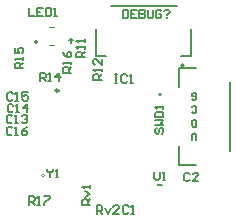
<source format=gto>
G04*
G04 #@! TF.GenerationSoftware,Altium Limited,Altium Designer,21.6.1 (37)*
G04*
G04 Layer_Color=65535*
%FSLAX44Y44*%
%MOMM*%
G71*
G04*
G04 #@! TF.SameCoordinates,EFDC213E-3E19-4D1F-A943-6121D485AE74*
G04*
G04*
G04 #@! TF.FilePolarity,Positive*
G04*
G01*
G75*
%ADD10C,0.0000*%
%ADD11C,0.2500*%
%ADD12C,0.2000*%
%ADD13C,0.1524*%
%ADD14C,0.1000*%
%ADD15C,0.1270*%
%ADD16C,0.1700*%
%ADD17C,0.2540*%
D10*
X280520Y120750D02*
G03*
X280520Y120750I-1270J0D01*
G01*
D11*
X292500Y192250D02*
G03*
X292500Y192250I-1250J0D01*
G01*
D12*
X398500Y213500D02*
G03*
X398500Y213500I-1000J0D01*
G01*
X379250Y189000D02*
G03*
X379250Y189000I-1000J0D01*
G01*
D13*
X376472Y112192D02*
G03*
X380028Y112192I1778J2276D01*
G01*
X376472D02*
G03*
X380028Y112192I1778J2276D01*
G01*
D14*
X284750Y246250D02*
X288750D01*
X284750Y231250D02*
X288750D01*
D15*
X396500Y221750D02*
X404500D01*
Y244500D01*
X324500Y221750D02*
X332500D01*
X324500D02*
Y244500D01*
X336500Y264250D02*
X392500D01*
X394750Y129000D02*
X409050D01*
X394750D02*
Y145250D01*
Y195250D02*
Y211500D01*
X409050D01*
X437250Y141250D02*
Y199250D01*
D16*
X300950Y234949D02*
X304949D01*
X302949Y236949D02*
Y232950D01*
X409050Y150469D02*
Y154468D01*
X407051Y156467D01*
X405051Y154468D01*
Y150469D01*
X409050Y161747D02*
Y167745D01*
X406051D01*
X405051Y166745D01*
Y162747D01*
X406051Y161747D01*
X409050D01*
X405051Y174024D02*
X406051Y173024D01*
X408050D01*
X409050Y174024D01*
Y178023D01*
X408050Y179022D01*
X406051D01*
X405051Y178023D01*
Y185302D02*
X406051Y184302D01*
X408050D01*
X409050Y185302D01*
Y189300D01*
X408050Y190300D01*
X406051D01*
X405051Y189300D01*
Y187301D01*
X407051D01*
X283085Y125749D02*
Y124583D01*
X285417Y122250D01*
X287750Y124583D01*
Y125749D01*
X285417Y122250D02*
Y118751D01*
X290083D02*
X292415D01*
X291249D01*
Y125749D01*
X290083Y124583D01*
X373585Y123749D02*
Y117917D01*
X374751Y116751D01*
X377084D01*
X378250Y117917D01*
Y123749D01*
X380583Y116751D02*
X382915D01*
X381749D01*
Y123749D01*
X380583Y122583D01*
X375417Y160502D02*
X374251Y159336D01*
Y157003D01*
X375417Y155837D01*
X376584D01*
X377750Y157003D01*
Y159336D01*
X378916Y160502D01*
X380083D01*
X381249Y159336D01*
Y157003D01*
X380083Y155837D01*
X374251Y162835D02*
X381249D01*
X378916Y165167D01*
X381249Y167500D01*
X374251D01*
Y169833D02*
X381249D01*
Y173332D01*
X380083Y174498D01*
X375417D01*
X374251Y173332D01*
Y169833D01*
X381249Y176830D02*
Y179163D01*
Y177997D01*
X374251D01*
X375417Y176830D01*
X324920Y88001D02*
Y94999D01*
X328419D01*
X329585Y93833D01*
Y91500D01*
X328419Y90334D01*
X324920D01*
X327252D02*
X329585Y88001D01*
X331917Y92666D02*
X334250Y88001D01*
X336583Y92666D01*
X343580Y88001D02*
X338915D01*
X343580Y92666D01*
Y93833D01*
X342414Y94999D01*
X340081D01*
X338915Y93833D01*
X319499Y95586D02*
X312501D01*
Y99085D01*
X313667Y100251D01*
X316000D01*
X317166Y99085D01*
Y95586D01*
Y97919D02*
X319499Y100251D01*
X314834Y102584D02*
X319499Y104916D01*
X314834Y107249D01*
X319499Y109581D02*
Y111914D01*
Y110748D01*
X312501D01*
X313667Y109581D01*
X267503Y95751D02*
Y102749D01*
X271002D01*
X272168Y101583D01*
Y99250D01*
X271002Y98084D01*
X267503D01*
X269835D02*
X272168Y95751D01*
X274501D02*
X276833D01*
X275667D01*
Y102749D01*
X274501Y101583D01*
X280332Y102749D02*
X284997D01*
Y101583D01*
X280332Y96917D01*
Y95751D01*
X303249Y207503D02*
X296251D01*
Y211002D01*
X297417Y212168D01*
X299750D01*
X300916Y211002D01*
Y207503D01*
Y209835D02*
X303249Y212168D01*
Y214501D02*
Y216833D01*
Y215667D01*
X296251D01*
X297417Y214501D01*
X296251Y224997D02*
X297417Y222665D01*
X299750Y220332D01*
X302083D01*
X303249Y221498D01*
Y223831D01*
X302083Y224997D01*
X300916D01*
X299750Y223831D01*
Y220332D01*
X262499Y211253D02*
X255501D01*
Y214752D01*
X256667Y215918D01*
X259000D01*
X260166Y214752D01*
Y211253D01*
Y213585D02*
X262499Y215918D01*
Y218251D02*
Y220583D01*
Y219417D01*
X255501D01*
X256667Y218251D01*
X255501Y228747D02*
Y224082D01*
X259000D01*
X257834Y226415D01*
Y227581D01*
X259000Y228747D01*
X261333D01*
X262499Y227581D01*
Y225248D01*
X261333Y224082D01*
X276753Y200251D02*
Y207249D01*
X280252D01*
X281418Y206083D01*
Y203750D01*
X280252Y202584D01*
X276753D01*
X279085D02*
X281418Y200251D01*
X283751D02*
X286083D01*
X284917D01*
Y207249D01*
X283751Y206083D01*
X293081Y200251D02*
Y207249D01*
X289582Y203750D01*
X294247D01*
X328999Y201503D02*
X322001D01*
Y205002D01*
X323167Y206168D01*
X325500D01*
X326666Y205002D01*
Y201503D01*
Y203835D02*
X328999Y206168D01*
Y208500D02*
Y210833D01*
Y209667D01*
X322001D01*
X323167Y208500D01*
X328999Y218997D02*
Y214332D01*
X324334Y218997D01*
X323167D01*
X322001Y217831D01*
Y215498D01*
X323167Y214332D01*
X314499Y220669D02*
X307501D01*
Y224168D01*
X308667Y225334D01*
X311000D01*
X312166Y224168D01*
Y220669D01*
Y223002D02*
X314499Y225334D01*
Y227667D02*
Y229999D01*
Y228833D01*
X307501D01*
X308667Y227667D01*
X314499Y233498D02*
Y235831D01*
Y234665D01*
X307501D01*
X308667Y233498D01*
X267587Y262499D02*
Y255501D01*
X272252D01*
X279250Y262499D02*
X274585D01*
Y255501D01*
X279250D01*
X274585Y259000D02*
X276917D01*
X281583Y262499D02*
Y255501D01*
X285081D01*
X286248Y256667D01*
Y261333D01*
X285081Y262499D01*
X281583D01*
X288580Y255501D02*
X290913D01*
X289747D01*
Y262499D01*
X288580Y261333D01*
X339919Y205999D02*
X342252D01*
X341085D01*
Y199001D01*
X339919D01*
X342252D01*
X350416Y204833D02*
X349249Y205999D01*
X346917D01*
X345751Y204833D01*
Y200167D01*
X346917Y199001D01*
X349249D01*
X350416Y200167D01*
X352748Y199001D02*
X355081D01*
X353915D01*
Y205999D01*
X352748Y204833D01*
X346923Y260749D02*
Y253751D01*
X350422D01*
X351588Y254917D01*
Y259583D01*
X350422Y260749D01*
X346923D01*
X358586D02*
X353921D01*
Y253751D01*
X358586D01*
X353921Y257250D02*
X356253D01*
X360919Y260749D02*
Y253751D01*
X364417D01*
X365584Y254917D01*
Y256084D01*
X364417Y257250D01*
X360919D01*
X364417D01*
X365584Y258416D01*
Y259583D01*
X364417Y260749D01*
X360919D01*
X367916D02*
Y254917D01*
X369083Y253751D01*
X371415D01*
X372581Y254917D01*
Y260749D01*
X379579Y259583D02*
X378413Y260749D01*
X376080D01*
X374914Y259583D01*
Y254917D01*
X376080Y253751D01*
X378413D01*
X379579Y254917D01*
Y257250D01*
X377247D01*
X381912Y259583D02*
X383078Y260749D01*
X385411D01*
X386577Y259583D01*
Y258416D01*
X384244Y256084D01*
Y254917D02*
Y253751D01*
X253168Y160583D02*
X252002Y161749D01*
X249669D01*
X248503Y160583D01*
Y155917D01*
X249669Y154751D01*
X252002D01*
X253168Y155917D01*
X255501Y154751D02*
X257833D01*
X256667D01*
Y161749D01*
X255501Y160583D01*
X265997Y161749D02*
X263665Y160583D01*
X261332Y158250D01*
Y155917D01*
X262498Y154751D01*
X264831D01*
X265997Y155917D01*
Y157084D01*
X264831Y158250D01*
X261332D01*
X253668Y189583D02*
X252502Y190749D01*
X250169D01*
X249003Y189583D01*
Y184917D01*
X250169Y183751D01*
X252502D01*
X253668Y184917D01*
X256001Y183751D02*
X258333D01*
X257167D01*
Y190749D01*
X256001Y189583D01*
X266497Y190749D02*
X261832D01*
Y187250D01*
X264165Y188416D01*
X265331D01*
X266497Y187250D01*
Y184917D01*
X265331Y183751D01*
X262998D01*
X261832Y184917D01*
X253918Y179583D02*
X252752Y180749D01*
X250419D01*
X249253Y179583D01*
Y174917D01*
X250419Y173751D01*
X252752D01*
X253918Y174917D01*
X256251Y173751D02*
X258583D01*
X257417D01*
Y180749D01*
X256251Y179583D01*
X265581Y173751D02*
Y180749D01*
X262082Y177250D01*
X266747D01*
X253168Y170583D02*
X252002Y171749D01*
X249669D01*
X248503Y170583D01*
Y165917D01*
X249669Y164751D01*
X252002D01*
X253168Y165917D01*
X255501Y164751D02*
X257833D01*
X256667D01*
Y171749D01*
X255501Y170583D01*
X261332D02*
X262498Y171749D01*
X264831D01*
X265997Y170583D01*
Y169416D01*
X264831Y168250D01*
X263665D01*
X264831D01*
X265997Y167084D01*
Y165917D01*
X264831Y164751D01*
X262498D01*
X261332Y165917D01*
X403584Y121583D02*
X402417Y122749D01*
X400085D01*
X398918Y121583D01*
Y116917D01*
X400085Y115751D01*
X402417D01*
X403584Y116917D01*
X410581Y115751D02*
X405916D01*
X410581Y120416D01*
Y121583D01*
X409415Y122749D01*
X407083D01*
X405916Y121583D01*
X351750Y93833D02*
X350584Y94999D01*
X348251D01*
X347085Y93833D01*
Y89167D01*
X348251Y88001D01*
X350584D01*
X351750Y89167D01*
X354083Y88001D02*
X356415D01*
X355249D01*
Y94999D01*
X354083Y93833D01*
D17*
X273288Y233416D02*
X272122D01*
Y234582D01*
X273288D01*
Y233416D01*
M02*

</source>
